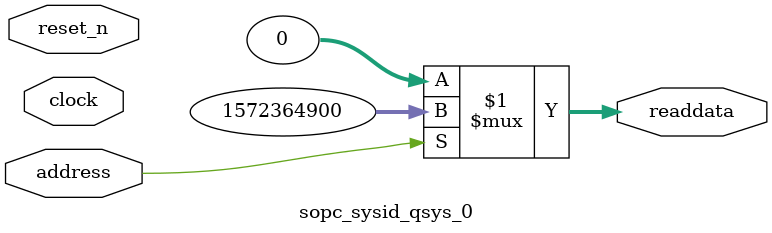
<source format=v>



// synthesis translate_off
`timescale 1ns / 1ps
// synthesis translate_on

// turn off superfluous verilog processor warnings 
// altera message_level Level1 
// altera message_off 10034 10035 10036 10037 10230 10240 10030 

module sopc_sysid_qsys_0 (
               // inputs:
                address,
                clock,
                reset_n,

               // outputs:
                readdata
             )
;

  output  [ 31: 0] readdata;
  input            address;
  input            clock;
  input            reset_n;

  wire    [ 31: 0] readdata;
  //control_slave, which is an e_avalon_slave
  assign readdata = address ? 1572364900 : 0;

endmodule



</source>
